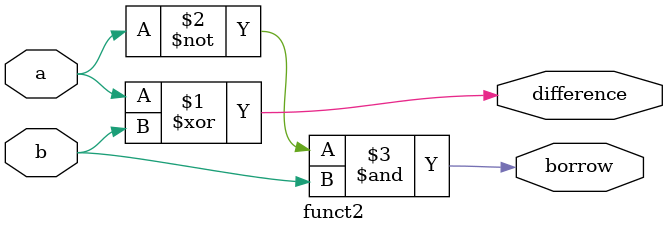
<source format=v>
module funct2(a,b,difference,borrow);
input a,b;
output difference,borrow;
assign difference= (a ^ b);
assign borrow= ( ~a & b);
endmodule
</source>
